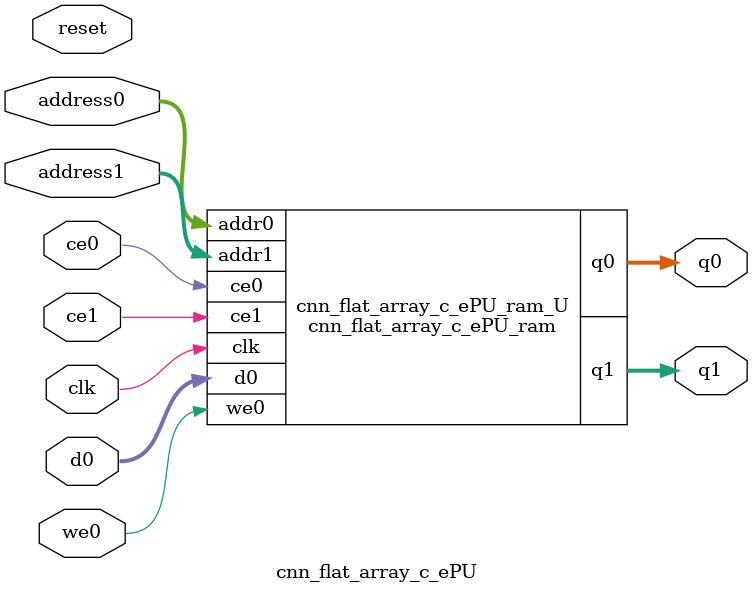
<source format=v>
`timescale 1 ns / 1 ps
module cnn_flat_array_c_ePU_ram (addr0, ce0, d0, we0, q0, addr1, ce1, q1,  clk);

parameter DWIDTH = 14;
parameter AWIDTH = 4;
parameter MEM_SIZE = 16;

input[AWIDTH-1:0] addr0;
input ce0;
input[DWIDTH-1:0] d0;
input we0;
output reg[DWIDTH-1:0] q0;
input[AWIDTH-1:0] addr1;
input ce1;
output reg[DWIDTH-1:0] q1;
input clk;

(* ram_style = "distributed" *)reg [DWIDTH-1:0] ram[0:MEM_SIZE-1];




always @(posedge clk)  
begin 
    if (ce0) 
    begin
        if (we0) 
        begin 
            ram[addr0] <= d0; 
        end 
        q0 <= ram[addr0];
    end
end


always @(posedge clk)  
begin 
    if (ce1) 
    begin
        q1 <= ram[addr1];
    end
end


endmodule

`timescale 1 ns / 1 ps
module cnn_flat_array_c_ePU(
    reset,
    clk,
    address0,
    ce0,
    we0,
    d0,
    q0,
    address1,
    ce1,
    q1);

parameter DataWidth = 32'd14;
parameter AddressRange = 32'd16;
parameter AddressWidth = 32'd4;
input reset;
input clk;
input[AddressWidth - 1:0] address0;
input ce0;
input we0;
input[DataWidth - 1:0] d0;
output[DataWidth - 1:0] q0;
input[AddressWidth - 1:0] address1;
input ce1;
output[DataWidth - 1:0] q1;



cnn_flat_array_c_ePU_ram cnn_flat_array_c_ePU_ram_U(
    .clk( clk ),
    .addr0( address0 ),
    .ce0( ce0 ),
    .we0( we0 ),
    .d0( d0 ),
    .q0( q0 ),
    .addr1( address1 ),
    .ce1( ce1 ),
    .q1( q1 ));

endmodule


</source>
